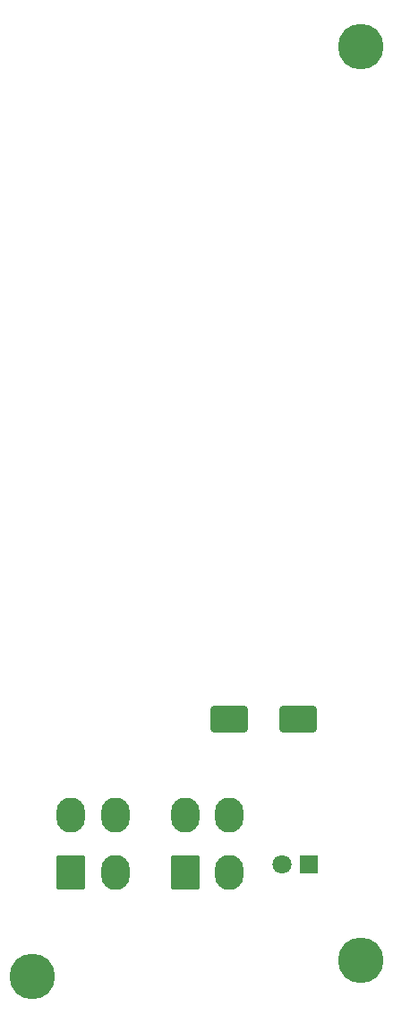
<source format=gbr>
%TF.GenerationSoftware,KiCad,Pcbnew,(6.0.9)*%
%TF.CreationDate,2022-12-26T18:00:48-09:00*%
%TF.ProjectId,PCB_ GEN TIE PANEL,5043422c-2047-4454-9e20-544945205041,rev?*%
%TF.SameCoordinates,Original*%
%TF.FileFunction,Soldermask,Bot*%
%TF.FilePolarity,Negative*%
%FSLAX46Y46*%
G04 Gerber Fmt 4.6, Leading zero omitted, Abs format (unit mm)*
G04 Created by KiCad (PCBNEW (6.0.9)) date 2022-12-26 18:00:48*
%MOMM*%
%LPD*%
G01*
G04 APERTURE LIST*
G04 Aperture macros list*
%AMRoundRect*
0 Rectangle with rounded corners*
0 $1 Rounding radius*
0 $2 $3 $4 $5 $6 $7 $8 $9 X,Y pos of 4 corners*
0 Add a 4 corners polygon primitive as box body*
4,1,4,$2,$3,$4,$5,$6,$7,$8,$9,$2,$3,0*
0 Add four circle primitives for the rounded corners*
1,1,$1+$1,$2,$3*
1,1,$1+$1,$4,$5*
1,1,$1+$1,$6,$7*
1,1,$1+$1,$8,$9*
0 Add four rect primitives between the rounded corners*
20,1,$1+$1,$2,$3,$4,$5,0*
20,1,$1+$1,$4,$5,$6,$7,0*
20,1,$1+$1,$6,$7,$8,$9,0*
20,1,$1+$1,$8,$9,$2,$3,0*%
G04 Aperture macros list end*
%ADD10RoundRect,0.250001X-1.099999X-1.399999X1.099999X-1.399999X1.099999X1.399999X-1.099999X1.399999X0*%
%ADD11O,2.700000X3.300000*%
%ADD12R,1.800000X1.800000*%
%ADD13C,1.800000*%
%ADD14RoundRect,0.250000X1.500000X1.000000X-1.500000X1.000000X-1.500000X-1.000000X1.500000X-1.000000X0*%
%ADD15C,4.300000*%
G04 APERTURE END LIST*
D10*
%TO.C,J2*%
X129658000Y-117348000D03*
D11*
X133858000Y-117348000D03*
X129658000Y-111848000D03*
X133858000Y-111848000D03*
%TD*%
D10*
%TO.C,J1*%
X140462000Y-117348000D03*
D11*
X144662000Y-117348000D03*
X140462000Y-111848000D03*
X144662000Y-111848000D03*
%TD*%
D12*
%TO.C,D10*%
X152146000Y-116586000D03*
D13*
X149606000Y-116586000D03*
%TD*%
D14*
%TO.C,C10*%
X151130000Y-102870000D03*
X144630000Y-102870000D03*
%TD*%
D15*
%TO.C,REF\u002A\u002A*%
X125992000Y-127164000D03*
%TD*%
%TO.C,REF\u002A\u002A*%
X157112000Y-125574000D03*
%TD*%
%TO.C,REF\u002A\u002A*%
X157102000Y-39344000D03*
%TD*%
M02*

</source>
